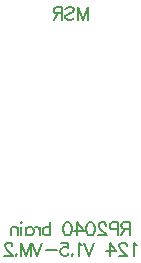
<source format=gbo>
G04*
G04 #@! TF.GenerationSoftware,Altium Limited,Altium Designer,25.2.1 (25)*
G04*
G04 Layer_Color=32896*
%FSAX26Y26*%
%MOIN*%
G70*
G04*
G04 #@! TF.SameCoordinates,B4543352-C1F1-4858-B80E-EDAD671B2EAA*
G04*
G04*
G04 #@! TF.FilePolarity,Positive*
G04*
G01*
G75*
%ADD17C,0.006693*%
D17*
X-00319244Y-00413386D02*
X-00290379Y-00413386D01*
X-00310997Y-00392768D01*
X-00315120Y-00386582D01*
X-00317182Y-00382459D01*
X-00317182Y-00378335D01*
X-00315120Y-00374212D01*
X-00313059Y-00372150D01*
X-00308935Y-00370088D01*
X-00300688Y-00370088D01*
X-00296564Y-00372150D01*
X-00294502Y-00374212D01*
X-00292441Y-00378335D01*
X-00292441Y-00380397D01*
X-00295740Y-00345740D02*
X-00295740Y-00325122D01*
X-00293678Y-00318936D01*
X-00289554Y-00316874D01*
X-00283369Y-00316874D01*
X-00279245Y-00318936D01*
X-00273060Y-00325122D01*
X-00273060Y-00316874D02*
X-00273060Y-00345740D01*
X-00263369Y-00345740D02*
X-00263369Y-00316874D01*
X-00263369Y-00304503D02*
X-00265431Y-00302442D01*
X-00263369Y-00300380D01*
X-00261308Y-00302442D01*
X-00263369Y-00304503D01*
X-00245638Y-00316874D02*
X-00245638Y-00345740D01*
X-00241514Y-00343678D02*
X-00245638Y-00339554D01*
X-00241514Y-00343678D02*
X-00237391Y-00345740D01*
X-00231205Y-00345740D01*
X-00227082Y-00343678D01*
X-00222958Y-00339554D01*
X-00220896Y-00333369D01*
X-00220896Y-00329245D01*
X-00222958Y-00323060D01*
X-00227082Y-00318936D01*
X-00231205Y-00316874D01*
X-00237391Y-00316874D01*
X-00241514Y-00318936D01*
X-00245638Y-00323060D01*
X-00231411Y-00370088D02*
X-00231411Y-00413386D01*
X-00247906Y-00413386D02*
X-00231411Y-00370088D01*
X-00264400Y-00370088D02*
X-00247906Y-00413386D01*
X-00264400Y-00413386D02*
X-00264400Y-00370088D01*
X-00278833Y-00409262D02*
X-00276771Y-00411324D01*
X-00278833Y-00413386D01*
X-00280895Y-00411324D01*
X-00278833Y-00409262D01*
X-00209350Y-00413386D02*
X-00192856Y-00370088D01*
X-00200484Y-00345740D02*
X-00200484Y-00316874D01*
X-00202546Y-00323060D02*
X-00206670Y-00318936D01*
X-00210793Y-00316874D01*
X-00216979Y-00316874D01*
X-00202546Y-00323060D02*
X-00200484Y-00329245D01*
X-00191206Y-00329245D02*
X-00191206Y-00333369D01*
X-00189144Y-00339554D01*
X-00185021Y-00343678D01*
X-00180897Y-00345740D01*
X-00174712Y-00345740D01*
X-00170588Y-00343678D01*
X-00166465Y-00339554D01*
X-00166465Y-00345740D02*
X-00166465Y-00302442D01*
X-00166465Y-00323060D02*
X-00170588Y-00318936D01*
X-00174712Y-00316874D01*
X-00180897Y-00316874D01*
X-00185021Y-00318936D01*
X-00189144Y-00323060D01*
X-00191206Y-00329245D01*
X-00122754Y-00327183D02*
X-00122754Y-00320998D01*
X-00120693Y-00310689D01*
X-00116569Y-00304503D01*
X-00110384Y-00302442D01*
X-00106260Y-00302442D01*
X-00100075Y-00304503D01*
X-00095951Y-00310689D01*
X-00093889Y-00320998D01*
X-00093889Y-00327183D01*
X-00095951Y-00337492D01*
X-00100075Y-00343678D01*
X-00106260Y-00345740D01*
X-00110384Y-00345740D01*
X-00116569Y-00343678D01*
X-00120693Y-00337492D01*
X-00122754Y-00327183D01*
X-00086261Y-00331307D02*
X-00055334Y-00331307D01*
X-00075952Y-00302442D01*
X-00075952Y-00345740D01*
X-00069354Y-00370088D02*
X-00069354Y-00413386D01*
X-00090796Y-00411324D02*
X-00092858Y-00413386D01*
X-00094920Y-00411324D01*
X-00092858Y-00409262D01*
X-00090796Y-00411324D01*
X-00108528Y-00411324D02*
X-00106466Y-00409262D01*
X-00104404Y-00405139D01*
X-00108528Y-00411324D02*
X-00114713Y-00413386D01*
X-00120899Y-00413386D01*
X-00127084Y-00411324D01*
X-00131208Y-00407200D01*
X-00133270Y-00401015D01*
X-00133270Y-00396891D01*
X-00131208Y-00390706D01*
X-00127084Y-00386582D01*
X-00120899Y-00384521D01*
X-00114713Y-00384521D01*
X-00108528Y-00386582D01*
X-00106466Y-00388644D01*
X-00108528Y-00370088D01*
X-00129146Y-00370088D01*
X-00142960Y-00394830D02*
X-00180072Y-00394830D01*
X-00209350Y-00413386D02*
X-00225845Y-00370088D01*
X-00069354Y-00370088D02*
X-00063168Y-00376273D01*
X-00059045Y-00378335D01*
X-00053478Y-00370088D02*
X-00036983Y-00413386D01*
X-00020489Y-00370088D01*
X-00022963Y-00343678D02*
X-00029149Y-00345740D01*
X-00033272Y-00345740D01*
X-00039458Y-00343678D01*
X-00043581Y-00337492D01*
X-00045643Y-00327183D01*
X-00045643Y-00320998D01*
X-00043581Y-00310689D01*
X-00039458Y-00304503D01*
X-00033272Y-00302442D01*
X-00029149Y-00302442D01*
X-00022963Y-00304503D01*
X-00018840Y-00310689D01*
X-00016778Y-00320998D01*
X-00016778Y-00327183D01*
X-00018840Y-00337492D01*
X-00022963Y-00343678D01*
X-00007087Y-00345740D02*
X00021778Y-00345740D01*
X00001160Y-00325122D01*
X-00002964Y-00318936D01*
X-00005026Y-00314812D01*
X-00005026Y-00310689D01*
X-00002964Y-00306565D01*
X-00000902Y-00304503D01*
X00003222Y-00302442D01*
X00011469Y-00302442D01*
X00015592Y-00304503D01*
X00017654Y-00306565D01*
X00019716Y-00310689D01*
X00019716Y-00312751D01*
X00031468Y-00310689D02*
X00033530Y-00306565D01*
X00035592Y-00304503D01*
X00041777Y-00302442D01*
X00060334Y-00302442D01*
X00060334Y-00345740D01*
X00070024Y-00345740D02*
X00084457Y-00323060D01*
X00080333Y-00323060D02*
X00098889Y-00323060D01*
X00080333Y-00323060D02*
X00074148Y-00320998D01*
X00072086Y-00318936D01*
X00070024Y-00314812D01*
X00070024Y-00310689D01*
X00072086Y-00306565D01*
X00074148Y-00304503D01*
X00080333Y-00302442D01*
X00098889Y-00302442D01*
X00098889Y-00345740D01*
X00112085Y-00370088D02*
X00112085Y-00413386D01*
X00090642Y-00413386D02*
X00061777Y-00413386D01*
X00052086Y-00398953D02*
X00021159Y-00398953D01*
X00031468Y-00413386D02*
X00031468Y-00370088D01*
X00052086Y-00398953D01*
X00070024Y-00392768D02*
X00090642Y-00413386D01*
X00088580Y-00380397D02*
X00088580Y-00378335D01*
X00086518Y-00374212D01*
X00084457Y-00372150D01*
X00080333Y-00370088D01*
X00072086Y-00370088D01*
X00067962Y-00372150D01*
X00065900Y-00374212D01*
X00063839Y-00378335D01*
X00063839Y-00382459D01*
X00065900Y-00386582D01*
X00070024Y-00392768D01*
X00118270Y-00376273D02*
X00112085Y-00370088D01*
X00118270Y-00376273D02*
X00122394Y-00378335D01*
X00060334Y-00325122D02*
X00041777Y-00325122D01*
X00035592Y-00323060D01*
X00033530Y-00320998D01*
X00031468Y-00316874D01*
X00031468Y-00310689D01*
X-00042035Y00372052D02*
X-00042035Y00415350D01*
X-00058529Y00372052D01*
X-00075024Y00415350D01*
X-00075024Y00372052D01*
X-00091518Y00374114D02*
X-00087395Y00378237D01*
X-00091518Y00374114D02*
X-00097704Y00372052D01*
X-00105951Y00372052D01*
X-00112136Y00374114D01*
X-00116260Y00378237D01*
X-00116260Y00384423D01*
X-00114198Y00388546D01*
X-00112136Y00390608D01*
X-00108013Y00392670D01*
X-00095642Y00396793D01*
X-00091518Y00398855D01*
X-00089456Y00400917D01*
X-00087395Y00405041D01*
X-00087395Y00409164D01*
X-00091518Y00413288D01*
X-00097704Y00415350D01*
X-00105951Y00415350D01*
X-00112136Y00413288D01*
X-00116260Y00409164D01*
X-00125950Y00415350D02*
X-00125950Y00372052D01*
X-00125950Y00394732D02*
X-00144506Y00394732D01*
X-00150692Y00396793D01*
X-00152754Y00398855D01*
X-00154815Y00402979D01*
X-00154815Y00407103D01*
X-00152754Y00411226D01*
X-00150692Y00413288D01*
X-00144506Y00415350D01*
X-00125950Y00415350D01*
X-00140383Y00394732D02*
X-00154815Y00372052D01*
M02*

</source>
